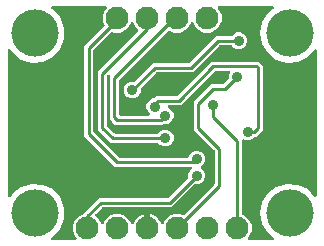
<source format=gbr>
G04 EAGLE Gerber RS-274X export*
G75*
%MOMM*%
%FSLAX34Y34*%
%LPD*%
%INBottom Copper*%
%IPPOS*%
%AMOC8*
5,1,8,0,0,1.08239X$1,22.5*%
G01*
%ADD10C,4.000000*%
%ADD11C,1.930400*%
%ADD12C,0.906400*%
%ADD13C,0.254000*%

G36*
X226781Y2549D02*
X226781Y2549D01*
X226849Y2548D01*
X226938Y2569D01*
X227029Y2581D01*
X227093Y2606D01*
X227159Y2621D01*
X227240Y2664D01*
X227325Y2698D01*
X227380Y2737D01*
X227440Y2769D01*
X227508Y2831D01*
X227583Y2884D01*
X227626Y2937D01*
X227676Y2982D01*
X227727Y3059D01*
X227785Y3129D01*
X227814Y3191D01*
X227852Y3248D01*
X227882Y3334D01*
X227921Y3417D01*
X227934Y3484D01*
X227956Y3548D01*
X227963Y3640D01*
X227981Y3729D01*
X227976Y3797D01*
X227982Y3865D01*
X227967Y3956D01*
X227961Y4047D01*
X227940Y4111D01*
X227929Y4179D01*
X227891Y4262D01*
X227863Y4349D01*
X227826Y4407D01*
X227799Y4469D01*
X227742Y4541D01*
X227693Y4618D01*
X227643Y4665D01*
X227601Y4718D01*
X227479Y4823D01*
X222693Y8437D01*
X217822Y16304D01*
X216121Y25400D01*
X217822Y34496D01*
X222693Y42363D01*
X230077Y47939D01*
X238977Y50471D01*
X248191Y49618D01*
X256474Y45493D01*
X261952Y39483D01*
X261959Y39477D01*
X261964Y39470D01*
X262080Y39374D01*
X262194Y39277D01*
X262202Y39273D01*
X262209Y39267D01*
X262345Y39204D01*
X262480Y39137D01*
X262489Y39136D01*
X262497Y39132D01*
X262643Y39104D01*
X262791Y39073D01*
X262801Y39074D01*
X262810Y39072D01*
X262958Y39081D01*
X263109Y39088D01*
X263118Y39091D01*
X263127Y39092D01*
X263268Y39137D01*
X263413Y39182D01*
X263421Y39187D01*
X263429Y39190D01*
X263556Y39270D01*
X263684Y39348D01*
X263690Y39355D01*
X263698Y39360D01*
X263801Y39469D01*
X263905Y39577D01*
X263910Y39585D01*
X263916Y39591D01*
X263989Y39723D01*
X264063Y39853D01*
X264065Y39862D01*
X264070Y39870D01*
X264107Y40015D01*
X264147Y40160D01*
X264147Y40169D01*
X264149Y40178D01*
X264159Y40339D01*
X264159Y162861D01*
X264158Y162871D01*
X264159Y162880D01*
X264138Y163028D01*
X264119Y163177D01*
X264116Y163186D01*
X264115Y163195D01*
X264058Y163333D01*
X264002Y163473D01*
X263997Y163480D01*
X263993Y163489D01*
X263904Y163608D01*
X263816Y163730D01*
X263808Y163736D01*
X263803Y163743D01*
X263686Y163837D01*
X263571Y163933D01*
X263562Y163937D01*
X263555Y163943D01*
X263418Y164005D01*
X263283Y164068D01*
X263274Y164070D01*
X263265Y164074D01*
X263118Y164100D01*
X262971Y164128D01*
X262961Y164128D01*
X262952Y164129D01*
X262803Y164118D01*
X262653Y164108D01*
X262644Y164106D01*
X262635Y164105D01*
X262494Y164057D01*
X262351Y164010D01*
X262343Y164005D01*
X262334Y164002D01*
X262210Y163921D01*
X262082Y163840D01*
X262075Y163833D01*
X262068Y163828D01*
X261952Y163717D01*
X256474Y157707D01*
X248191Y153582D01*
X238977Y152729D01*
X230077Y155261D01*
X222693Y160837D01*
X217822Y168704D01*
X216121Y177800D01*
X217822Y186896D01*
X222693Y194763D01*
X227479Y198377D01*
X227528Y198425D01*
X227583Y198464D01*
X227641Y198535D01*
X227707Y198599D01*
X227742Y198657D01*
X227785Y198709D01*
X227824Y198792D01*
X227872Y198871D01*
X227892Y198936D01*
X227921Y198997D01*
X227938Y199087D01*
X227965Y199175D01*
X227968Y199243D01*
X227981Y199310D01*
X227975Y199401D01*
X227979Y199493D01*
X227965Y199559D01*
X227961Y199627D01*
X227933Y199714D01*
X227914Y199804D01*
X227884Y199865D01*
X227863Y199929D01*
X227814Y200007D01*
X227773Y200089D01*
X227729Y200141D01*
X227693Y200198D01*
X227626Y200261D01*
X227566Y200331D01*
X227511Y200369D01*
X227461Y200416D01*
X227381Y200460D01*
X227306Y200513D01*
X227242Y200537D01*
X227183Y200570D01*
X227094Y200592D01*
X227008Y200625D01*
X226940Y200632D01*
X226875Y200649D01*
X226714Y200659D01*
X181598Y200659D01*
X181460Y200642D01*
X181322Y200629D01*
X181303Y200622D01*
X181283Y200619D01*
X181153Y200568D01*
X181022Y200521D01*
X181006Y200510D01*
X180987Y200502D01*
X180875Y200421D01*
X180759Y200343D01*
X180746Y200327D01*
X180730Y200316D01*
X180641Y200208D01*
X180549Y200104D01*
X180540Y200086D01*
X180527Y200071D01*
X180467Y199945D01*
X180404Y199821D01*
X180400Y199801D01*
X180391Y199783D01*
X180365Y199646D01*
X180335Y199511D01*
X180335Y199490D01*
X180331Y199471D01*
X180340Y199332D01*
X180344Y199193D01*
X180350Y199173D01*
X180351Y199153D01*
X180394Y199021D01*
X180433Y198887D01*
X180443Y198870D01*
X180449Y198851D01*
X180524Y198733D01*
X180594Y198613D01*
X180613Y198592D01*
X180619Y198582D01*
X180634Y198568D01*
X180701Y198493D01*
X181787Y197407D01*
X183643Y192925D01*
X183643Y188075D01*
X181787Y183593D01*
X178357Y180163D01*
X173875Y178307D01*
X169025Y178307D01*
X164543Y180163D01*
X161113Y183593D01*
X159923Y186468D01*
X159854Y186589D01*
X159789Y186712D01*
X159775Y186727D01*
X159765Y186745D01*
X159668Y186844D01*
X159575Y186947D01*
X159558Y186959D01*
X159544Y186973D01*
X159425Y187046D01*
X159309Y187122D01*
X159290Y187129D01*
X159273Y187139D01*
X159140Y187180D01*
X159008Y187225D01*
X158988Y187227D01*
X158969Y187233D01*
X158830Y187240D01*
X158691Y187251D01*
X158671Y187247D01*
X158651Y187248D01*
X158515Y187220D01*
X158378Y187196D01*
X158359Y187188D01*
X158340Y187184D01*
X158214Y187122D01*
X158088Y187066D01*
X158072Y187053D01*
X158054Y187044D01*
X157948Y186954D01*
X157840Y186867D01*
X157827Y186851D01*
X157812Y186838D01*
X157732Y186724D01*
X157648Y186613D01*
X157636Y186588D01*
X157629Y186578D01*
X157622Y186558D01*
X157577Y186468D01*
X156387Y183593D01*
X152957Y180163D01*
X148475Y178307D01*
X143625Y178307D01*
X139516Y180009D01*
X139488Y180017D01*
X139462Y180030D01*
X139335Y180059D01*
X139210Y180093D01*
X139180Y180093D01*
X139151Y180100D01*
X139021Y180096D01*
X138892Y180098D01*
X138863Y180091D01*
X138833Y180090D01*
X138709Y180054D01*
X138582Y180024D01*
X138556Y180010D01*
X138528Y180002D01*
X138416Y179936D01*
X138301Y179875D01*
X138279Y179855D01*
X138254Y179840D01*
X138133Y179734D01*
X96892Y138493D01*
X96832Y138415D01*
X96764Y138343D01*
X96735Y138290D01*
X96698Y138242D01*
X96658Y138151D01*
X96610Y138064D01*
X96595Y138006D01*
X96571Y137950D01*
X96556Y137852D01*
X96531Y137757D01*
X96525Y137656D01*
X96521Y137636D01*
X96523Y137624D01*
X96521Y137596D01*
X96521Y109220D01*
X96536Y109102D01*
X96543Y108983D01*
X96556Y108945D01*
X96561Y108904D01*
X96604Y108794D01*
X96641Y108681D01*
X96663Y108646D01*
X96678Y108609D01*
X96747Y108513D01*
X96811Y108412D01*
X96841Y108384D01*
X96864Y108351D01*
X96956Y108275D01*
X97043Y108194D01*
X97078Y108174D01*
X97109Y108149D01*
X97217Y108098D01*
X97321Y108040D01*
X97361Y108030D01*
X97397Y108013D01*
X97514Y107991D01*
X97629Y107961D01*
X97689Y107957D01*
X97709Y107953D01*
X97730Y107955D01*
X97790Y107951D01*
X121553Y107951D01*
X121691Y107968D01*
X121829Y107981D01*
X121848Y107988D01*
X121868Y107991D01*
X121998Y108042D01*
X122128Y108089D01*
X122145Y108100D01*
X122164Y108108D01*
X122276Y108189D01*
X122391Y108267D01*
X122405Y108283D01*
X122421Y108294D01*
X122510Y108402D01*
X122602Y108506D01*
X122611Y108524D01*
X122624Y108539D01*
X122683Y108665D01*
X122747Y108789D01*
X122751Y108809D01*
X122760Y108827D01*
X122786Y108964D01*
X122816Y109099D01*
X122816Y109120D01*
X122819Y109139D01*
X122811Y109278D01*
X122807Y109417D01*
X122801Y109437D01*
X122800Y109457D01*
X122757Y109589D01*
X122718Y109723D01*
X122708Y109740D01*
X122702Y109759D01*
X122627Y109877D01*
X122557Y109997D01*
X122538Y110018D01*
X122531Y110028D01*
X122516Y110042D01*
X122450Y110117D01*
X121004Y111564D01*
X119927Y114163D01*
X119927Y116977D01*
X121004Y119576D01*
X122994Y121566D01*
X125593Y122643D01*
X125618Y122643D01*
X125716Y122655D01*
X125815Y122658D01*
X125873Y122675D01*
X125933Y122683D01*
X126025Y122719D01*
X126121Y122747D01*
X126173Y122777D01*
X126229Y122800D01*
X126309Y122858D01*
X126394Y122908D01*
X126470Y122974D01*
X126486Y122986D01*
X126494Y122996D01*
X126515Y123014D01*
X127962Y124461D01*
X145216Y124461D01*
X145314Y124473D01*
X145413Y124476D01*
X145471Y124493D01*
X145531Y124501D01*
X145623Y124537D01*
X145719Y124565D01*
X145771Y124595D01*
X145827Y124618D01*
X145907Y124676D01*
X145992Y124726D01*
X146068Y124792D01*
X146084Y124804D01*
X146092Y124814D01*
X146113Y124832D01*
X174952Y153671D01*
X214938Y153671D01*
X218441Y150168D01*
X218441Y96212D01*
X212390Y90161D01*
X212359Y90157D01*
X212260Y90154D01*
X212202Y90137D01*
X212142Y90129D01*
X212050Y90093D01*
X211955Y90065D01*
X211902Y90035D01*
X211846Y90012D01*
X211766Y89954D01*
X211681Y89904D01*
X211605Y89838D01*
X211589Y89826D01*
X211581Y89816D01*
X211560Y89798D01*
X209746Y87984D01*
X207147Y86907D01*
X204333Y86907D01*
X202416Y87702D01*
X202368Y87715D01*
X202323Y87736D01*
X202215Y87756D01*
X202109Y87785D01*
X202059Y87786D01*
X202010Y87796D01*
X201901Y87789D01*
X201791Y87791D01*
X201743Y87779D01*
X201693Y87776D01*
X201589Y87742D01*
X201482Y87716D01*
X201438Y87693D01*
X201391Y87678D01*
X201298Y87619D01*
X201201Y87568D01*
X201164Y87534D01*
X201122Y87508D01*
X201047Y87428D01*
X200965Y87354D01*
X200938Y87312D01*
X200904Y87276D01*
X200851Y87180D01*
X200791Y87088D01*
X200774Y87041D01*
X200750Y86998D01*
X200723Y86891D01*
X200687Y86787D01*
X200683Y86738D01*
X200671Y86690D01*
X200661Y86529D01*
X200661Y25167D01*
X200664Y25138D01*
X200662Y25108D01*
X200684Y24980D01*
X200701Y24851D01*
X200711Y24824D01*
X200716Y24795D01*
X200770Y24676D01*
X200818Y24556D01*
X200835Y24532D01*
X200847Y24505D01*
X200928Y24403D01*
X201004Y24298D01*
X201027Y24280D01*
X201046Y24256D01*
X201149Y24178D01*
X201249Y24096D01*
X201276Y24083D01*
X201300Y24065D01*
X201444Y23994D01*
X203757Y23037D01*
X207187Y19607D01*
X209043Y15125D01*
X209043Y10275D01*
X207187Y5793D01*
X206101Y4707D01*
X206016Y4598D01*
X205927Y4491D01*
X205918Y4472D01*
X205906Y4456D01*
X205850Y4329D01*
X205791Y4203D01*
X205787Y4183D01*
X205779Y4164D01*
X205757Y4026D01*
X205731Y3890D01*
X205733Y3870D01*
X205729Y3850D01*
X205743Y3711D01*
X205751Y3573D01*
X205757Y3554D01*
X205759Y3534D01*
X205806Y3402D01*
X205849Y3271D01*
X205860Y3253D01*
X205867Y3234D01*
X205945Y3119D01*
X206019Y3002D01*
X206034Y2988D01*
X206045Y2971D01*
X206150Y2879D01*
X206251Y2784D01*
X206269Y2774D01*
X206284Y2761D01*
X206408Y2697D01*
X206529Y2630D01*
X206549Y2625D01*
X206567Y2616D01*
X206703Y2586D01*
X206837Y2551D01*
X206865Y2549D01*
X206877Y2546D01*
X206898Y2547D01*
X206998Y2541D01*
X226714Y2541D01*
X226781Y2549D01*
G37*
G36*
X59840Y2558D02*
X59840Y2558D01*
X59978Y2571D01*
X59997Y2578D01*
X60017Y2581D01*
X60147Y2632D01*
X60278Y2679D01*
X60294Y2690D01*
X60313Y2698D01*
X60425Y2779D01*
X60541Y2857D01*
X60554Y2873D01*
X60570Y2884D01*
X60659Y2992D01*
X60751Y3096D01*
X60760Y3114D01*
X60773Y3129D01*
X60833Y3255D01*
X60896Y3379D01*
X60900Y3399D01*
X60909Y3417D01*
X60935Y3553D01*
X60965Y3689D01*
X60965Y3710D01*
X60969Y3729D01*
X60960Y3868D01*
X60956Y4007D01*
X60950Y4027D01*
X60949Y4047D01*
X60906Y4179D01*
X60867Y4313D01*
X60857Y4330D01*
X60851Y4349D01*
X60776Y4467D01*
X60706Y4587D01*
X60687Y4608D01*
X60681Y4618D01*
X60666Y4632D01*
X60599Y4707D01*
X59513Y5793D01*
X57657Y10275D01*
X57657Y15125D01*
X59513Y19607D01*
X62943Y23037D01*
X65602Y24138D01*
X65610Y24142D01*
X65619Y24145D01*
X65748Y24221D01*
X65878Y24295D01*
X65885Y24302D01*
X65893Y24306D01*
X66014Y24413D01*
X79702Y38101D01*
X137596Y38101D01*
X137694Y38113D01*
X137793Y38116D01*
X137851Y38133D01*
X137911Y38141D01*
X138003Y38177D01*
X138099Y38205D01*
X138151Y38235D01*
X138207Y38258D01*
X138287Y38316D01*
X138372Y38366D01*
X138448Y38432D01*
X138464Y38444D01*
X138472Y38454D01*
X138493Y38472D01*
X155116Y55095D01*
X155176Y55173D01*
X155244Y55245D01*
X155273Y55298D01*
X155310Y55346D01*
X155350Y55437D01*
X155398Y55524D01*
X155413Y55582D01*
X155437Y55638D01*
X155452Y55736D01*
X155477Y55832D01*
X155483Y55932D01*
X155487Y55952D01*
X155485Y55964D01*
X155487Y55992D01*
X155487Y58557D01*
X156564Y61156D01*
X158010Y62603D01*
X158095Y62712D01*
X158184Y62819D01*
X158193Y62838D01*
X158205Y62854D01*
X158261Y62982D01*
X158320Y63107D01*
X158323Y63127D01*
X158331Y63146D01*
X158353Y63284D01*
X158379Y63420D01*
X158378Y63440D01*
X158381Y63460D01*
X158368Y63599D01*
X158360Y63737D01*
X158353Y63756D01*
X158352Y63776D01*
X158304Y63908D01*
X158262Y64039D01*
X158251Y64057D01*
X158244Y64076D01*
X158166Y64191D01*
X158091Y64308D01*
X158077Y64322D01*
X158065Y64339D01*
X157961Y64431D01*
X157860Y64526D01*
X157842Y64536D01*
X157827Y64549D01*
X157703Y64613D01*
X157581Y64680D01*
X157562Y64685D01*
X157544Y64694D01*
X157408Y64724D01*
X157273Y64759D01*
X157245Y64761D01*
X157233Y64764D01*
X157213Y64763D01*
X157113Y64769D01*
X93672Y64769D01*
X67309Y91132D01*
X67309Y166678D01*
X84112Y183481D01*
X84130Y183504D01*
X84152Y183524D01*
X84227Y183630D01*
X84307Y183732D01*
X84319Y183759D01*
X84336Y183784D01*
X84382Y183905D01*
X84433Y184024D01*
X84438Y184053D01*
X84448Y184081D01*
X84463Y184210D01*
X84483Y184338D01*
X84480Y184368D01*
X84484Y184397D01*
X84465Y184526D01*
X84453Y184655D01*
X84443Y184683D01*
X84439Y184712D01*
X84387Y184864D01*
X83057Y188075D01*
X83057Y192925D01*
X84913Y197407D01*
X85999Y198493D01*
X86084Y198602D01*
X86173Y198709D01*
X86182Y198728D01*
X86194Y198744D01*
X86250Y198871D01*
X86309Y198997D01*
X86313Y199017D01*
X86321Y199036D01*
X86343Y199174D01*
X86369Y199310D01*
X86367Y199330D01*
X86371Y199350D01*
X86357Y199489D01*
X86349Y199627D01*
X86343Y199646D01*
X86341Y199666D01*
X86294Y199798D01*
X86251Y199929D01*
X86240Y199947D01*
X86233Y199966D01*
X86155Y200081D01*
X86081Y200198D01*
X86066Y200212D01*
X86055Y200229D01*
X85950Y200321D01*
X85849Y200416D01*
X85831Y200426D01*
X85816Y200439D01*
X85692Y200503D01*
X85571Y200570D01*
X85551Y200575D01*
X85533Y200584D01*
X85397Y200614D01*
X85263Y200649D01*
X85235Y200651D01*
X85223Y200654D01*
X85202Y200653D01*
X85102Y200659D01*
X40415Y200659D01*
X40389Y200656D01*
X40363Y200658D01*
X40232Y200636D01*
X40099Y200619D01*
X40075Y200610D01*
X40050Y200606D01*
X39928Y200552D01*
X39804Y200502D01*
X39783Y200487D01*
X39759Y200477D01*
X39654Y200394D01*
X39546Y200316D01*
X39530Y200296D01*
X39510Y200280D01*
X39429Y200173D01*
X39343Y200071D01*
X39332Y200047D01*
X39317Y200027D01*
X39265Y199904D01*
X39208Y199783D01*
X39203Y199758D01*
X39193Y199734D01*
X39173Y199602D01*
X39148Y199471D01*
X39150Y199445D01*
X39146Y199419D01*
X39160Y199286D01*
X39168Y199153D01*
X39176Y199129D01*
X39178Y199103D01*
X39225Y198977D01*
X39266Y198851D01*
X39280Y198829D01*
X39289Y198805D01*
X39365Y198695D01*
X39436Y198582D01*
X39455Y198564D01*
X39470Y198543D01*
X39570Y198456D01*
X39668Y198364D01*
X39690Y198351D01*
X39710Y198335D01*
X39849Y198254D01*
X40574Y197893D01*
X46807Y191055D01*
X50150Y182427D01*
X50150Y173173D01*
X46807Y164545D01*
X40574Y157707D01*
X32291Y153582D01*
X23077Y152729D01*
X14177Y155261D01*
X6793Y160837D01*
X4889Y163912D01*
X4810Y164010D01*
X4736Y164112D01*
X4710Y164133D01*
X4689Y164159D01*
X4588Y164234D01*
X4491Y164315D01*
X4461Y164329D01*
X4434Y164349D01*
X4317Y164397D01*
X4203Y164450D01*
X4170Y164457D01*
X4140Y164469D01*
X4014Y164486D01*
X3890Y164510D01*
X3857Y164508D01*
X3825Y164513D01*
X3699Y164498D01*
X3573Y164490D01*
X3542Y164480D01*
X3509Y164476D01*
X3390Y164431D01*
X3271Y164392D01*
X3243Y164375D01*
X3212Y164363D01*
X3109Y164290D01*
X3002Y164222D01*
X2979Y164198D01*
X2952Y164179D01*
X2871Y164083D01*
X2784Y163991D01*
X2768Y163962D01*
X2747Y163936D01*
X2691Y163823D01*
X2630Y163712D01*
X2622Y163680D01*
X2608Y163650D01*
X2582Y163526D01*
X2551Y163404D01*
X2548Y163356D01*
X2544Y163338D01*
X2545Y163317D01*
X2541Y163243D01*
X2541Y39957D01*
X2557Y39831D01*
X2566Y39705D01*
X2576Y39674D01*
X2581Y39641D01*
X2627Y39524D01*
X2667Y39404D01*
X2685Y39376D01*
X2698Y39345D01*
X2772Y39243D01*
X2841Y39137D01*
X2865Y39115D01*
X2884Y39088D01*
X2982Y39008D01*
X3075Y38922D01*
X3104Y38906D01*
X3129Y38885D01*
X3243Y38832D01*
X3355Y38772D01*
X3387Y38764D01*
X3417Y38750D01*
X3541Y38726D01*
X3664Y38696D01*
X3697Y38696D01*
X3729Y38690D01*
X3855Y38698D01*
X3982Y38699D01*
X4014Y38708D01*
X4047Y38710D01*
X4167Y38749D01*
X4289Y38781D01*
X4318Y38797D01*
X4349Y38808D01*
X4456Y38875D01*
X4566Y38937D01*
X4590Y38960D01*
X4618Y38978D01*
X4705Y39070D01*
X4796Y39157D01*
X4824Y39196D01*
X4836Y39209D01*
X4847Y39228D01*
X4889Y39288D01*
X6793Y42363D01*
X14177Y47939D01*
X23077Y50471D01*
X32291Y49618D01*
X40574Y45493D01*
X46807Y38655D01*
X50150Y30027D01*
X50150Y20773D01*
X46807Y12145D01*
X40574Y5307D01*
X39849Y4946D01*
X39827Y4932D01*
X39804Y4922D01*
X39696Y4844D01*
X39584Y4770D01*
X39567Y4751D01*
X39546Y4736D01*
X39461Y4633D01*
X39372Y4533D01*
X39360Y4510D01*
X39343Y4491D01*
X39287Y4370D01*
X39225Y4251D01*
X39219Y4226D01*
X39208Y4203D01*
X39183Y4072D01*
X39152Y3942D01*
X39153Y3916D01*
X39148Y3890D01*
X39156Y3757D01*
X39159Y3624D01*
X39166Y3599D01*
X39168Y3573D01*
X39209Y3446D01*
X39245Y3317D01*
X39258Y3295D01*
X39266Y3271D01*
X39337Y3158D01*
X39404Y3042D01*
X39422Y3024D01*
X39436Y3002D01*
X39534Y2910D01*
X39627Y2815D01*
X39649Y2802D01*
X39668Y2784D01*
X39785Y2719D01*
X39899Y2650D01*
X39924Y2643D01*
X39946Y2630D01*
X40075Y2597D01*
X40203Y2558D01*
X40229Y2557D01*
X40254Y2551D01*
X40415Y2541D01*
X59702Y2541D01*
X59840Y2558D01*
G37*
G36*
X121998Y12676D02*
X121998Y12676D01*
X122117Y12683D01*
X122155Y12696D01*
X122196Y12701D01*
X122306Y12745D01*
X122419Y12781D01*
X122454Y12803D01*
X122491Y12818D01*
X122587Y12888D01*
X122688Y12951D01*
X122716Y12981D01*
X122749Y13005D01*
X122825Y13096D01*
X122906Y13183D01*
X122926Y13218D01*
X122951Y13250D01*
X123002Y13357D01*
X123060Y13462D01*
X123070Y13501D01*
X123087Y13537D01*
X123109Y13654D01*
X123139Y13770D01*
X123143Y13830D01*
X123147Y13850D01*
X123145Y13870D01*
X123146Y13880D01*
X123147Y13883D01*
X123147Y13887D01*
X123149Y13930D01*
X123149Y24649D01*
X123505Y24593D01*
X125330Y23999D01*
X127040Y23128D01*
X128593Y22000D01*
X129950Y20643D01*
X131078Y19090D01*
X131949Y17380D01*
X132136Y16808D01*
X132148Y16781D01*
X132155Y16751D01*
X132216Y16637D01*
X132271Y16520D01*
X132290Y16497D01*
X132304Y16470D01*
X132391Y16374D01*
X132474Y16275D01*
X132498Y16257D01*
X132518Y16235D01*
X132626Y16164D01*
X132731Y16088D01*
X132759Y16077D01*
X132784Y16060D01*
X132906Y16018D01*
X133027Y15970D01*
X133056Y15967D01*
X133084Y15957D01*
X133214Y15947D01*
X133342Y15930D01*
X133372Y15934D01*
X133401Y15932D01*
X133529Y15954D01*
X133658Y15970D01*
X133685Y15981D01*
X133715Y15986D01*
X133833Y16039D01*
X133953Y16087D01*
X133978Y16105D01*
X134005Y16117D01*
X134106Y16198D01*
X134211Y16274D01*
X134230Y16297D01*
X134253Y16315D01*
X134331Y16419D01*
X134414Y16519D01*
X134426Y16546D01*
X134444Y16569D01*
X134515Y16714D01*
X135713Y19607D01*
X139143Y23037D01*
X143625Y24893D01*
X148475Y24893D01*
X150788Y23935D01*
X150816Y23927D01*
X150842Y23914D01*
X150969Y23885D01*
X151094Y23851D01*
X151124Y23851D01*
X151153Y23844D01*
X151282Y23848D01*
X151412Y23846D01*
X151441Y23853D01*
X151471Y23854D01*
X151595Y23890D01*
X151722Y23920D01*
X151748Y23934D01*
X151776Y23942D01*
X151888Y24008D01*
X152003Y24069D01*
X152025Y24089D01*
X152050Y24104D01*
X152171Y24210D01*
X177428Y49467D01*
X177488Y49545D01*
X177556Y49617D01*
X177585Y49670D01*
X177622Y49718D01*
X177662Y49809D01*
X177710Y49896D01*
X177725Y49954D01*
X177749Y50010D01*
X177764Y50108D01*
X177789Y50204D01*
X177795Y50304D01*
X177799Y50324D01*
X177797Y50336D01*
X177799Y50364D01*
X177799Y77906D01*
X177787Y78004D01*
X177784Y78103D01*
X177767Y78161D01*
X177759Y78221D01*
X177723Y78313D01*
X177695Y78409D01*
X177665Y78461D01*
X177642Y78517D01*
X177584Y78597D01*
X177534Y78682D01*
X177468Y78758D01*
X177456Y78774D01*
X177446Y78782D01*
X177428Y78803D01*
X160019Y96212D01*
X160019Y119688D01*
X174952Y134621D01*
X184586Y134621D01*
X184684Y134633D01*
X184783Y134636D01*
X184841Y134653D01*
X184901Y134661D01*
X184993Y134697D01*
X185089Y134725D01*
X185141Y134755D01*
X185197Y134778D01*
X185277Y134836D01*
X185362Y134886D01*
X185438Y134952D01*
X185454Y134964D01*
X185462Y134974D01*
X185483Y134992D01*
X189406Y138915D01*
X189466Y138993D01*
X189534Y139065D01*
X189563Y139118D01*
X189600Y139166D01*
X189640Y139257D01*
X189688Y139344D01*
X189703Y139402D01*
X189727Y139458D01*
X189742Y139556D01*
X189767Y139652D01*
X189773Y139752D01*
X189777Y139772D01*
X189775Y139784D01*
X189777Y139812D01*
X189777Y142377D01*
X190572Y144294D01*
X190585Y144342D01*
X190606Y144387D01*
X190626Y144495D01*
X190655Y144601D01*
X190656Y144651D01*
X190666Y144700D01*
X190659Y144809D01*
X190661Y144919D01*
X190649Y144967D01*
X190646Y145017D01*
X190612Y145121D01*
X190586Y145228D01*
X190563Y145272D01*
X190548Y145319D01*
X190489Y145412D01*
X190438Y145509D01*
X190404Y145546D01*
X190378Y145588D01*
X190298Y145663D01*
X190224Y145745D01*
X190182Y145772D01*
X190146Y145806D01*
X190050Y145859D01*
X189958Y145919D01*
X189911Y145936D01*
X189868Y145960D01*
X189761Y145987D01*
X189657Y146023D01*
X189608Y146027D01*
X189560Y146039D01*
X189399Y146049D01*
X178634Y146049D01*
X178536Y146037D01*
X178437Y146034D01*
X178379Y146017D01*
X178319Y146009D01*
X178227Y145973D01*
X178131Y145945D01*
X178079Y145915D01*
X178023Y145892D01*
X177943Y145834D01*
X177858Y145784D01*
X177782Y145718D01*
X177766Y145706D01*
X177758Y145696D01*
X177737Y145678D01*
X148898Y116839D01*
X139292Y116839D01*
X139223Y116831D01*
X139153Y116832D01*
X139066Y116811D01*
X138977Y116799D01*
X138912Y116774D01*
X138844Y116757D01*
X138765Y116715D01*
X138681Y116682D01*
X138625Y116641D01*
X138563Y116609D01*
X138496Y116548D01*
X138424Y116496D01*
X138379Y116442D01*
X138328Y116395D01*
X138278Y116320D01*
X138221Y116251D01*
X138191Y116187D01*
X138153Y116129D01*
X138124Y116044D01*
X138085Y115963D01*
X138072Y115894D01*
X138050Y115828D01*
X138042Y115739D01*
X138026Y115651D01*
X138030Y115581D01*
X138024Y115511D01*
X138040Y115423D01*
X138045Y115333D01*
X138067Y115267D01*
X138079Y115198D01*
X138116Y115116D01*
X138143Y115031D01*
X138181Y114972D01*
X138209Y114908D01*
X138265Y114838D01*
X138314Y114762D01*
X138364Y114714D01*
X138408Y114660D01*
X138480Y114605D01*
X138545Y114544D01*
X138606Y114510D01*
X138662Y114468D01*
X138807Y114397D01*
X139896Y113946D01*
X141886Y111956D01*
X142963Y109357D01*
X142963Y106543D01*
X141886Y103944D01*
X139896Y101954D01*
X137297Y100877D01*
X134732Y100877D01*
X134634Y100865D01*
X134535Y100862D01*
X134477Y100845D01*
X134417Y100837D01*
X134325Y100801D01*
X134229Y100773D01*
X134177Y100743D01*
X134121Y100720D01*
X134041Y100662D01*
X133956Y100612D01*
X133880Y100546D01*
X133864Y100534D01*
X133856Y100524D01*
X133835Y100506D01*
X133658Y100329D01*
X93672Y100329D01*
X91068Y102933D01*
X88899Y105102D01*
X88899Y141406D01*
X88896Y141430D01*
X88898Y141455D01*
X88876Y141588D01*
X88859Y141721D01*
X88850Y141744D01*
X88846Y141769D01*
X88792Y141892D01*
X88742Y142017D01*
X88728Y142037D01*
X88718Y142060D01*
X88635Y142165D01*
X88556Y142274D01*
X88536Y142290D01*
X88521Y142310D01*
X88414Y142391D01*
X88311Y142477D01*
X88288Y142488D01*
X88269Y142503D01*
X88144Y142556D01*
X88023Y142613D01*
X87999Y142617D01*
X87976Y142627D01*
X87842Y142647D01*
X87711Y142673D01*
X87686Y142671D01*
X87661Y142675D01*
X87527Y142661D01*
X87393Y142653D01*
X87370Y142645D01*
X87345Y142643D01*
X87219Y142596D01*
X87091Y142555D01*
X87070Y142542D01*
X87046Y142533D01*
X86936Y142457D01*
X86822Y142385D01*
X86805Y142367D01*
X86785Y142353D01*
X86696Y142251D01*
X86604Y142153D01*
X86592Y142131D01*
X86576Y142113D01*
X86495Y141973D01*
X86477Y141922D01*
X86450Y141874D01*
X86424Y141773D01*
X86389Y141673D01*
X86385Y141619D01*
X86371Y141566D01*
X86361Y141406D01*
X86361Y99894D01*
X86373Y99796D01*
X86376Y99697D01*
X86393Y99639D01*
X86401Y99579D01*
X86437Y99487D01*
X86465Y99391D01*
X86495Y99339D01*
X86518Y99283D01*
X86576Y99203D01*
X86626Y99118D01*
X86692Y99042D01*
X86704Y99026D01*
X86714Y99018D01*
X86732Y98997D01*
X92647Y93082D01*
X92725Y93022D01*
X92797Y92954D01*
X92850Y92925D01*
X92898Y92888D01*
X92989Y92848D01*
X93076Y92800D01*
X93134Y92785D01*
X93190Y92761D01*
X93288Y92746D01*
X93384Y92721D01*
X93484Y92715D01*
X93504Y92711D01*
X93516Y92713D01*
X93544Y92711D01*
X129173Y92711D01*
X129271Y92723D01*
X129370Y92726D01*
X129428Y92743D01*
X129488Y92751D01*
X129580Y92787D01*
X129675Y92815D01*
X129728Y92845D01*
X129784Y92868D01*
X129864Y92926D01*
X129949Y92976D01*
X130025Y93042D01*
X130041Y93054D01*
X130049Y93064D01*
X130070Y93082D01*
X131884Y94896D01*
X134483Y95973D01*
X137297Y95973D01*
X139896Y94896D01*
X141886Y92906D01*
X142963Y90307D01*
X142963Y87493D01*
X141886Y84894D01*
X139896Y82904D01*
X137297Y81827D01*
X134483Y81827D01*
X131884Y82904D01*
X130070Y84718D01*
X129992Y84778D01*
X129920Y84846D01*
X129867Y84875D01*
X129819Y84912D01*
X129728Y84952D01*
X129641Y85000D01*
X129583Y85015D01*
X129527Y85039D01*
X129429Y85054D01*
X129333Y85079D01*
X129233Y85085D01*
X129213Y85089D01*
X129201Y85087D01*
X129173Y85089D01*
X89862Y85089D01*
X78739Y96212D01*
X78739Y145088D01*
X112881Y179231D01*
X112954Y179325D01*
X113033Y179414D01*
X113051Y179450D01*
X113076Y179482D01*
X113124Y179591D01*
X113178Y179697D01*
X113187Y179736D01*
X113203Y179774D01*
X113221Y179891D01*
X113247Y180007D01*
X113246Y180048D01*
X113252Y180088D01*
X113241Y180206D01*
X113238Y180325D01*
X113226Y180364D01*
X113223Y180404D01*
X113182Y180517D01*
X113149Y180631D01*
X113129Y180666D01*
X113115Y180704D01*
X113048Y180802D01*
X112988Y180905D01*
X112948Y180950D01*
X112936Y180967D01*
X112921Y180980D01*
X112881Y181026D01*
X110313Y183593D01*
X109123Y186468D01*
X109054Y186589D01*
X108989Y186712D01*
X108975Y186727D01*
X108965Y186745D01*
X108868Y186844D01*
X108775Y186947D01*
X108758Y186959D01*
X108744Y186973D01*
X108625Y187046D01*
X108509Y187122D01*
X108490Y187129D01*
X108473Y187139D01*
X108340Y187180D01*
X108208Y187225D01*
X108188Y187227D01*
X108169Y187233D01*
X108030Y187240D01*
X107891Y187251D01*
X107871Y187247D01*
X107851Y187248D01*
X107715Y187220D01*
X107578Y187196D01*
X107559Y187188D01*
X107540Y187184D01*
X107414Y187122D01*
X107288Y187066D01*
X107272Y187053D01*
X107254Y187044D01*
X107148Y186954D01*
X107040Y186867D01*
X107027Y186851D01*
X107012Y186838D01*
X106932Y186724D01*
X106848Y186613D01*
X106836Y186588D01*
X106829Y186578D01*
X106822Y186558D01*
X106777Y186468D01*
X105587Y183593D01*
X102157Y180163D01*
X97675Y178307D01*
X92825Y178307D01*
X91410Y178893D01*
X91382Y178901D01*
X91356Y178914D01*
X91229Y178943D01*
X91104Y178977D01*
X91074Y178978D01*
X91045Y178984D01*
X90916Y178980D01*
X90786Y178982D01*
X90757Y178975D01*
X90727Y178974D01*
X90603Y178938D01*
X90476Y178908D01*
X90450Y178894D01*
X90422Y178886D01*
X90310Y178820D01*
X90291Y178810D01*
X90290Y178810D01*
X90289Y178809D01*
X90195Y178759D01*
X90173Y178739D01*
X90148Y178724D01*
X90027Y178618D01*
X75302Y163893D01*
X75242Y163815D01*
X75174Y163743D01*
X75145Y163690D01*
X75108Y163642D01*
X75068Y163551D01*
X75020Y163464D01*
X75005Y163406D01*
X74981Y163350D01*
X74966Y163252D01*
X74941Y163156D01*
X74935Y163056D01*
X74931Y163036D01*
X74933Y163024D01*
X74931Y162996D01*
X74931Y94814D01*
X74943Y94716D01*
X74946Y94617D01*
X74963Y94559D01*
X74971Y94499D01*
X75007Y94407D01*
X75035Y94311D01*
X75065Y94259D01*
X75088Y94203D01*
X75146Y94123D01*
X75196Y94038D01*
X75262Y93962D01*
X75274Y93946D01*
X75284Y93938D01*
X75302Y93917D01*
X96457Y72762D01*
X96535Y72702D01*
X96607Y72634D01*
X96660Y72605D01*
X96708Y72568D01*
X96799Y72528D01*
X96886Y72480D01*
X96944Y72465D01*
X97000Y72441D01*
X97098Y72426D01*
X97194Y72401D01*
X97294Y72395D01*
X97314Y72391D01*
X97326Y72393D01*
X97354Y72391D01*
X154583Y72391D01*
X154612Y72394D01*
X154642Y72392D01*
X154770Y72414D01*
X154898Y72431D01*
X154926Y72441D01*
X154955Y72446D01*
X155073Y72500D01*
X155194Y72548D01*
X155218Y72565D01*
X155245Y72577D01*
X155346Y72658D01*
X155451Y72734D01*
X155470Y72757D01*
X155493Y72776D01*
X155571Y72879D01*
X155654Y72979D01*
X155667Y73006D01*
X155685Y73030D01*
X155755Y73174D01*
X156564Y75126D01*
X158554Y77116D01*
X161153Y78193D01*
X163967Y78193D01*
X166566Y77116D01*
X168556Y75126D01*
X169633Y72527D01*
X169633Y69713D01*
X168556Y67114D01*
X166475Y65032D01*
X166402Y64938D01*
X166323Y64849D01*
X166305Y64813D01*
X166280Y64781D01*
X166233Y64672D01*
X166178Y64566D01*
X166170Y64527D01*
X166154Y64489D01*
X166135Y64372D01*
X166109Y64256D01*
X166110Y64215D01*
X166104Y64175D01*
X166115Y64057D01*
X166118Y63938D01*
X166130Y63899D01*
X166134Y63859D01*
X166174Y63747D01*
X166207Y63632D01*
X166227Y63597D01*
X166241Y63559D01*
X166308Y63461D01*
X166368Y63358D01*
X166408Y63313D01*
X166420Y63296D01*
X166435Y63283D01*
X166475Y63237D01*
X168556Y61156D01*
X169633Y58557D01*
X169633Y55743D01*
X168556Y53144D01*
X166566Y51154D01*
X163967Y50077D01*
X161402Y50077D01*
X161304Y50065D01*
X161205Y50062D01*
X161147Y50045D01*
X161087Y50037D01*
X160995Y50001D01*
X160899Y49973D01*
X160847Y49943D01*
X160791Y49920D01*
X160711Y49862D01*
X160626Y49812D01*
X160550Y49746D01*
X160534Y49734D01*
X160526Y49724D01*
X160505Y49706D01*
X141278Y30479D01*
X83384Y30479D01*
X83286Y30467D01*
X83187Y30464D01*
X83129Y30447D01*
X83069Y30439D01*
X82977Y30403D01*
X82881Y30375D01*
X82829Y30345D01*
X82773Y30322D01*
X82693Y30264D01*
X82608Y30214D01*
X82532Y30148D01*
X82516Y30136D01*
X82508Y30126D01*
X82505Y30124D01*
X82501Y30121D01*
X82498Y30118D01*
X82487Y30108D01*
X76984Y24604D01*
X76911Y24510D01*
X76832Y24421D01*
X76814Y24385D01*
X76789Y24353D01*
X76741Y24244D01*
X76687Y24138D01*
X76678Y24099D01*
X76662Y24061D01*
X76644Y23944D01*
X76618Y23828D01*
X76619Y23787D01*
X76613Y23747D01*
X76624Y23629D01*
X76627Y23510D01*
X76639Y23471D01*
X76642Y23431D01*
X76683Y23318D01*
X76716Y23204D01*
X76736Y23169D01*
X76750Y23131D01*
X76817Y23033D01*
X76877Y22930D01*
X76917Y22885D01*
X76929Y22868D01*
X76944Y22855D01*
X76984Y22809D01*
X80187Y19607D01*
X81377Y16732D01*
X81446Y16611D01*
X81511Y16488D01*
X81525Y16473D01*
X81535Y16455D01*
X81632Y16355D01*
X81725Y16253D01*
X81742Y16241D01*
X81756Y16227D01*
X81874Y16154D01*
X81991Y16078D01*
X82010Y16071D01*
X82027Y16061D01*
X82160Y16020D01*
X82292Y15975D01*
X82312Y15973D01*
X82331Y15967D01*
X82470Y15960D01*
X82609Y15949D01*
X82629Y15953D01*
X82649Y15952D01*
X82785Y15980D01*
X82922Y16004D01*
X82941Y16012D01*
X82960Y16016D01*
X83085Y16077D01*
X83212Y16134D01*
X83228Y16147D01*
X83246Y16156D01*
X83352Y16246D01*
X83460Y16333D01*
X83473Y16349D01*
X83488Y16362D01*
X83568Y16476D01*
X83652Y16587D01*
X83664Y16612D01*
X83671Y16622D01*
X83678Y16642D01*
X83723Y16732D01*
X84913Y19607D01*
X88343Y23037D01*
X92825Y24893D01*
X97675Y24893D01*
X102157Y23037D01*
X105587Y19607D01*
X106785Y16714D01*
X106799Y16688D01*
X106809Y16660D01*
X106878Y16550D01*
X106942Y16438D01*
X106963Y16416D01*
X106979Y16391D01*
X107073Y16302D01*
X107163Y16209D01*
X107189Y16194D01*
X107211Y16173D01*
X107324Y16111D01*
X107435Y16043D01*
X107463Y16034D01*
X107489Y16020D01*
X107615Y15987D01*
X107739Y15949D01*
X107768Y15948D01*
X107797Y15941D01*
X107927Y15940D01*
X108056Y15934D01*
X108085Y15940D01*
X108115Y15940D01*
X108241Y15972D01*
X108368Y15999D01*
X108395Y16012D01*
X108423Y16019D01*
X108537Y16081D01*
X108653Y16138D01*
X108676Y16158D01*
X108702Y16172D01*
X108797Y16260D01*
X108895Y16345D01*
X108913Y16369D01*
X108934Y16390D01*
X109004Y16499D01*
X109078Y16605D01*
X109089Y16633D01*
X109105Y16658D01*
X109164Y16808D01*
X109350Y17379D01*
X109351Y17380D01*
X110222Y19090D01*
X111350Y20643D01*
X112707Y22000D01*
X114260Y23128D01*
X115970Y23999D01*
X117795Y24593D01*
X118151Y24649D01*
X118151Y13930D01*
X118166Y13812D01*
X118173Y13693D01*
X118185Y13655D01*
X118191Y13615D01*
X118234Y13504D01*
X118271Y13391D01*
X118293Y13357D01*
X118308Y13319D01*
X118377Y13223D01*
X118441Y13122D01*
X118471Y13094D01*
X118494Y13062D01*
X118586Y12986D01*
X118673Y12904D01*
X118708Y12885D01*
X118739Y12859D01*
X118847Y12808D01*
X118951Y12751D01*
X118991Y12741D01*
X119027Y12723D01*
X119144Y12701D01*
X119259Y12671D01*
X119319Y12667D01*
X119339Y12664D01*
X119360Y12665D01*
X119420Y12661D01*
X121880Y12661D01*
X121998Y12676D01*
G37*
%LPC*%
G36*
X106543Y122467D02*
X106543Y122467D01*
X103944Y123544D01*
X101954Y125534D01*
X100877Y128133D01*
X100877Y130947D01*
X101954Y133546D01*
X103944Y135536D01*
X106543Y136613D01*
X109108Y136613D01*
X109206Y136625D01*
X109305Y136628D01*
X109363Y136645D01*
X109423Y136653D01*
X109515Y136689D01*
X109611Y136717D01*
X109663Y136747D01*
X109719Y136770D01*
X109799Y136828D01*
X109884Y136878D01*
X109960Y136944D01*
X109976Y136956D01*
X109984Y136966D01*
X110005Y136984D01*
X125422Y152401D01*
X155376Y152401D01*
X155474Y152413D01*
X155573Y152416D01*
X155631Y152433D01*
X155691Y152441D01*
X155783Y152477D01*
X155879Y152505D01*
X155931Y152535D01*
X155987Y152558D01*
X156067Y152616D01*
X156152Y152666D01*
X156228Y152732D01*
X156244Y152744D01*
X156252Y152754D01*
X156273Y152772D01*
X178762Y175261D01*
X191403Y175261D01*
X191501Y175273D01*
X191600Y175276D01*
X191658Y175293D01*
X191718Y175301D01*
X191810Y175337D01*
X191905Y175365D01*
X191958Y175395D01*
X192014Y175418D01*
X192094Y175476D01*
X192179Y175526D01*
X192255Y175592D01*
X192271Y175604D01*
X192279Y175614D01*
X192300Y175632D01*
X194114Y177446D01*
X196713Y178523D01*
X199527Y178523D01*
X202126Y177446D01*
X204116Y175456D01*
X205193Y172857D01*
X205193Y170043D01*
X204116Y167444D01*
X202126Y165454D01*
X199527Y164377D01*
X196713Y164377D01*
X194114Y165454D01*
X192300Y167268D01*
X192222Y167328D01*
X192150Y167396D01*
X192097Y167425D01*
X192049Y167462D01*
X191958Y167502D01*
X191871Y167550D01*
X191813Y167565D01*
X191757Y167589D01*
X191659Y167604D01*
X191563Y167629D01*
X191463Y167635D01*
X191443Y167639D01*
X191431Y167637D01*
X191403Y167639D01*
X182444Y167639D01*
X182346Y167627D01*
X182247Y167624D01*
X182189Y167607D01*
X182129Y167599D01*
X182037Y167563D01*
X181941Y167535D01*
X181889Y167505D01*
X181833Y167482D01*
X181753Y167424D01*
X181668Y167374D01*
X181592Y167308D01*
X181576Y167296D01*
X181568Y167286D01*
X181547Y167268D01*
X159058Y144779D01*
X129104Y144779D01*
X129006Y144767D01*
X128907Y144764D01*
X128849Y144747D01*
X128789Y144739D01*
X128697Y144703D01*
X128601Y144675D01*
X128549Y144645D01*
X128493Y144622D01*
X128413Y144564D01*
X128328Y144514D01*
X128252Y144448D01*
X128236Y144436D01*
X128228Y144426D01*
X128207Y144408D01*
X115394Y131595D01*
X115334Y131517D01*
X115266Y131445D01*
X115237Y131392D01*
X115200Y131344D01*
X115160Y131253D01*
X115112Y131166D01*
X115097Y131108D01*
X115073Y131052D01*
X115058Y130954D01*
X115033Y130858D01*
X115027Y130758D01*
X115023Y130738D01*
X115025Y130726D01*
X115023Y130698D01*
X115023Y128133D01*
X113946Y125534D01*
X111956Y123544D01*
X109357Y122467D01*
X106543Y122467D01*
G37*
%LPD*%
D10*
X25400Y177800D03*
X25400Y25400D03*
D11*
X69850Y12700D03*
X95250Y12700D03*
X120650Y12700D03*
X146050Y12700D03*
X171450Y12700D03*
X196850Y12700D03*
X95250Y190500D03*
X120650Y190500D03*
X146050Y190500D03*
X171450Y190500D03*
D10*
X241300Y177800D03*
X241300Y25400D03*
D12*
X135890Y88900D03*
D13*
X91440Y88900D01*
X82550Y97790D01*
X82550Y143510D01*
X120650Y181610D01*
X120650Y190500D01*
D12*
X162560Y71120D03*
D13*
X95250Y189230D02*
X95250Y190500D01*
X95250Y189230D02*
X71120Y165100D01*
X71120Y92710D01*
X95250Y68580D01*
X160020Y68580D01*
X162560Y71120D01*
D12*
X135890Y107950D03*
D13*
X132080Y104140D02*
X95250Y104140D01*
X132080Y104140D02*
X135890Y107950D01*
X92710Y139700D02*
X143510Y190500D01*
X146050Y190500D01*
X92710Y106680D02*
X95250Y104140D01*
X92710Y106680D02*
X92710Y139700D01*
D12*
X25400Y78740D03*
X93980Y168910D03*
X198120Y158750D03*
X107950Y113030D03*
D13*
X109220Y115570D02*
X107950Y116840D01*
D12*
X148590Y162560D03*
X107950Y129540D03*
X198120Y171450D03*
D13*
X127000Y148590D02*
X107950Y129540D01*
X127000Y148590D02*
X157480Y148590D01*
X180340Y171450D01*
X198120Y171450D01*
D12*
X127000Y115570D03*
D13*
X127000Y118110D01*
X129540Y120650D01*
X147320Y120650D01*
X176530Y149860D01*
X213360Y149860D01*
X214630Y148590D01*
X214630Y97790D01*
X210820Y93980D01*
X205740Y93980D01*
D12*
X205740Y93980D03*
X162560Y57150D03*
D13*
X139700Y34290D01*
X81280Y34290D01*
X69850Y22860D01*
X69850Y12700D01*
X146050Y12700D02*
X181610Y48260D01*
X181610Y80010D01*
X163830Y97790D01*
D12*
X196850Y140970D03*
D13*
X186690Y130810D01*
X163830Y118110D02*
X163830Y97790D01*
X163830Y118110D02*
X176530Y130810D01*
X186690Y130810D01*
X196850Y86360D02*
X196850Y12700D01*
D12*
X176530Y116840D03*
D13*
X176530Y106680D02*
X196850Y86360D01*
X176530Y106680D02*
X176530Y116840D01*
M02*

</source>
